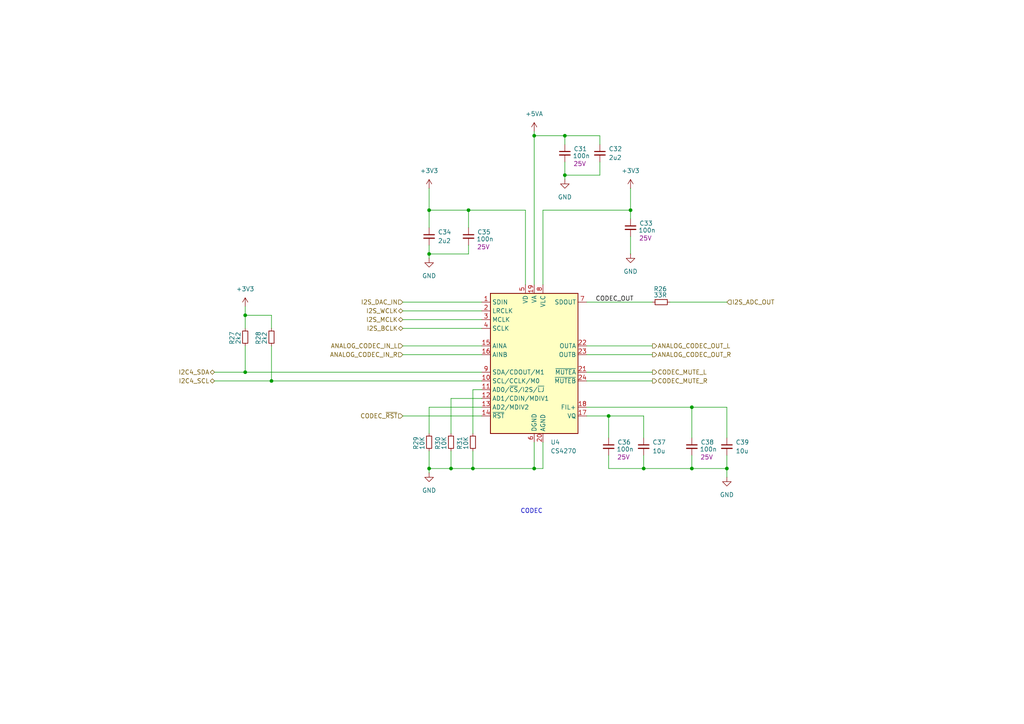
<source format=kicad_sch>
(kicad_sch (version 20231120) (generator "eeschema") (generator_version "8.0")
  (paper "A4")
  (lib_symbols
    (symbol "Audio:CS4270"
      (property "Reference" "U" (at -11.43 21.59 0))
      (property "Value" "CS4270" (at 8.89 21.59 0))
      (symbol "CS4270_0_1"
        (rectangle (start -12.7 20.32) (end 12.7 -20.32) (stroke (width 0.254)) (fill (type background)))
      )
      (symbol "CS4270_1_0"
        (pin input line (at -15.24 17.78 0) (length 2.54) (name "SDIN") (number "1"))
        (pin input line (at -15.24 -5.08 0) (length 2.54) (name "SCL/CCLK/M0") (number "10"))
        (pin input line (at -15.24 -7.62 0) (length 2.54) (name "AD0/~{CS}/I2S/~{LJ}") (number "11"))
        (pin input line (at -15.24 -10.16 0) (length 2.54) (name "AD1/CDIN/MDIV1") (number "12"))
        (pin input line (at -15.24 -12.7 0) (length 2.54) (name "AD2/MDIV2") (number "13"))
        (pin input line (at -15.24 -15.24 0) (length 2.54) (name "~{RST}") (number "14"))
        (pin input line (at -15.24 5.08 0) (length 2.54) (name "AINA") (number "15"))
        (pin input line (at -15.24 2.54 0) (length 2.54) (name "AINB") (number "16"))
        (pin passive line (at 15.24 -15.24 180) (length 2.54) (name "VQ") (number "17"))
        (pin passive line (at 15.24 -12.7 180) (length 2.54) (name "FIL+") (number "18"))
        (pin power_in line (at 0 22.86 270) (length 2.54) (name "VA") (number "19"))
        (pin bidirectional line (at -15.24 15.24 0) (length 2.54) (name "LRCLK") (number "2"))
        (pin power_in line (at 2.54 -22.86 90) (length 2.54) (name "AGND") (number "20"))
        (pin input line (at 15.24 -2.54 180) (length 2.54) (name "~{MUTEA}") (number "21"))
        (pin output line (at 15.24 5.08 180) (length 2.54) (name "OUTA") (number "22"))
        (pin output line (at 15.24 2.54 180) (length 2.54) (name "OUTB") (number "23"))
        (pin input line (at 15.24 -5.08 180) (length 2.54) (name "~{MUTEB}") (number "24"))
        (pin input line (at -15.24 12.7 0) (length 2.54) (name "MCLK") (number "3"))
        (pin bidirectional line (at -15.24 10.16 0) (length 2.54) (name "SCLK") (number "4"))
        (pin power_in line (at -2.54 22.86 270) (length 2.54) (name "VD") (number "5"))
        (pin power_in line (at 0 -22.86 90) (length 2.54) (name "DGND") (number "6"))
        (pin output line (at 15.24 17.78 180) (length 2.54) (name "SDOUT") (number "7"))
        (pin power_in line (at 2.54 22.86 270) (length 2.54) (name "VLC") (number "8"))
        (pin bidirectional line (at -15.24 -2.54 0) (length 2.54) (name "SDA/CDOUT/M1") (number "9"))
      )
    )
    (symbol "Device:C_Small" (pin_numbers hide) (pin_names (offset 0.254) hide)
      (property "Reference" "C" (at 0.254 1.778 0))
      (property "Value" "C_Small" (at 0.254 -2.032 0))
      (symbol "C_Small_0_1"
        (polyline (pts (xy -1.524 -0.508) (xy 1.524 -0.508)) (stroke (width 0.3302)))
        (polyline (pts (xy -1.524 0.508) (xy 1.524 0.508)) (stroke (width 0.3048)))
      )
      (symbol "C_Small_1_1"
        (pin passive line (at 0 2.54 270) (length 2.032) (name "~") (number "1"))
        (pin passive line (at 0 -2.54 90) (length 2.032) (name "~") (number "2"))
      )
    )
    (symbol "Device:R_Small" (pin_numbers hide) (pin_names (offset 0.254) hide)
      (property "Reference" "R" (at 0.762 0.508 0))
      (property "Value" "R_Small" (at 0.762 -1.016 0))
      (symbol "R_Small_0_1"
        (rectangle (start -0.762 1.778) (end 0.762 -1.778) (stroke (width 0.2032)))
      )
      (symbol "R_Small_1_1"
        (pin passive line (at 0 2.54 270) (length 0.762) (name "~") (number "1"))
        (pin passive line (at 0 -2.54 90) (length 0.762) (name "~") (number "2"))
      )
    )
    (symbol "power:+3V3" (power) (pin_numbers hide) (pin_names (offset 0) hide)
      (property "Value" "+3V3" (at 0 3.556 0))
      (symbol "+3V3_0_1"
        (polyline (pts (xy -0.762 1.27) (xy 0 2.54)))
        (polyline (pts (xy 0 0) (xy 0 2.54)))
        (polyline (pts (xy 0 2.54) (xy 0.762 1.27)))
      )
      (symbol "+3V3_1_1"
        (pin power_in line (at 0 0 90) (length 0) (name "~") (number "1"))
      )
    )
    (symbol "power:+5VA" (power) (pin_numbers hide) (pin_names (offset 0) hide)
      (property "Value" "+5VA" (at 0 3.556 0))
      (symbol "+5VA_0_1"
        (polyline (pts (xy -0.762 1.27) (xy 0 2.54)))
        (polyline (pts (xy 0 0) (xy 0 2.54)))
        (polyline (pts (xy 0 2.54) (xy 0.762 1.27)))
      )
      (symbol "+5VA_1_1"
        (pin power_in line (at 0 0 90) (length 0) (name "~") (number "1"))
      )
    )
    (symbol "power:GND" (power) (pin_numbers hide) (pin_names (offset 0) hide)
      (property "Value" "GND" (at 0 -3.81 0))
      (symbol "GND_0_1"
        (polyline (pts (xy 0 0) (xy 0 -1.27) (xy 1.27 -1.27) (xy 0 -2.54) (xy -1.27 -1.27) (xy 0 -1.27)))
      )
      (symbol "GND_1_1"
        (pin power_in line (at 0 0 270) (length 0) (name "~") (number "1"))
      )
    )
  )
  (junction (at 71.12 107.95))
  (junction (at 78.74 110.49))
  (junction (at 182.88 60.96))
  (junction (at 124.46 135.89))
  (junction (at 154.94 135.89))
  (junction (at 176.53 120.65))
  (junction (at 200.66 118.11))
  (junction (at 124.46 60.96))
  (junction (at 210.82 135.89))
  (junction (at 154.94 39.37))
  (junction (at 163.83 39.37))
  (junction (at 137.16 135.89))
  (junction (at 200.66 135.89))
  (junction (at 124.46 73.66))
  (junction (at 163.83 50.8))
  (junction (at 186.69 135.89))
  (junction (at 130.81 135.89))
  (junction (at 135.89 60.96))
  (junction (at 71.12 91.44))
  (wire (pts (xy 124.46 60.96) (xy 124.46 54.61)))
  (wire (pts (xy 163.83 46.99) (xy 163.83 50.8)))
  (wire (pts (xy 124.46 71.12) (xy 124.46 73.66)))
  (wire (pts (xy 210.82 127) (xy 210.82 118.11)))
  (wire (pts (xy 186.69 135.89) (xy 200.66 135.89)))
  (wire (pts (xy 71.12 100.33) (xy 71.12 107.95)))
  (wire (pts (xy 200.66 118.11) (xy 200.66 127)))
  (wire (pts (xy 194.31 87.63) (xy 210.82 87.63)))
  (wire (pts (xy 173.99 46.99) (xy 173.99 50.8)))
  (wire (pts (xy 152.4 82.55) (xy 152.4 60.96)))
  (wire (pts (xy 170.18 118.11) (xy 200.66 118.11)))
  (wire (pts (xy 176.53 120.65) (xy 176.53 127)))
  (wire (pts (xy 173.99 39.37) (xy 163.83 39.37)))
  (wire (pts (xy 210.82 132.08) (xy 210.82 135.89)))
  (wire (pts (xy 152.4 60.96) (xy 135.89 60.96)))
  (wire (pts (xy 130.81 115.57) (xy 130.81 125.73)))
  (wire (pts (xy 186.69 132.08) (xy 186.69 135.89)))
  (wire (pts (xy 116.84 87.63) (xy 139.7 87.63)))
  (wire (pts (xy 182.88 60.96) (xy 182.88 63.5)))
  (wire (pts (xy 176.53 132.08) (xy 176.53 135.89)))
  (wire (pts (xy 182.88 54.61) (xy 182.88 60.96)))
  (wire (pts (xy 137.16 113.03) (xy 139.7 113.03)))
  (wire (pts (xy 163.83 50.8) (xy 163.83 52.07)))
  (wire (pts (xy 200.66 132.08) (xy 200.66 135.89)))
  (wire (pts (xy 157.48 128.27) (xy 157.48 135.89)))
  (wire (pts (xy 173.99 41.91) (xy 173.99 39.37)))
  (wire (pts (xy 137.16 113.03) (xy 137.16 125.73)))
  (wire (pts (xy 154.94 135.89) (xy 137.16 135.89)))
  (wire (pts (xy 124.46 118.11) (xy 139.7 118.11)))
  (wire (pts (xy 124.46 130.81) (xy 124.46 135.89)))
  (wire (pts (xy 173.99 50.8) (xy 163.83 50.8)))
  (wire (pts (xy 170.18 107.95) (xy 189.23 107.95)))
  (wire (pts (xy 124.46 118.11) (xy 124.46 125.73)))
  (wire (pts (xy 170.18 120.65) (xy 176.53 120.65)))
  (wire (pts (xy 186.69 120.65) (xy 186.69 127)))
  (wire (pts (xy 182.88 68.58) (xy 182.88 73.66)))
  (wire (pts (xy 154.94 128.27) (xy 154.94 135.89)))
  (wire (pts (xy 170.18 110.49) (xy 189.23 110.49)))
  (wire (pts (xy 116.84 102.87) (xy 139.7 102.87)))
  (wire (pts (xy 170.18 102.87) (xy 189.23 102.87)))
  (wire (pts (xy 130.81 135.89) (xy 124.46 135.89)))
  (wire (pts (xy 116.84 120.65) (xy 139.7 120.65)))
  (wire (pts (xy 137.16 130.81) (xy 137.16 135.89)))
  (wire (pts (xy 124.46 135.89) (xy 124.46 137.16)))
  (wire (pts (xy 176.53 135.89) (xy 186.69 135.89)))
  (wire (pts (xy 62.23 110.49) (xy 78.74 110.49)))
  (wire (pts (xy 154.94 39.37) (xy 154.94 82.55)))
  (wire (pts (xy 157.48 60.96) (xy 157.48 82.55)))
  (wire (pts (xy 130.81 130.81) (xy 130.81 135.89)))
  (wire (pts (xy 116.84 95.25) (xy 139.7 95.25)))
  (wire (pts (xy 130.81 115.57) (xy 139.7 115.57)))
  (wire (pts (xy 176.53 120.65) (xy 186.69 120.65)))
  (wire (pts (xy 210.82 135.89) (xy 210.82 138.43)))
  (wire (pts (xy 170.18 87.63) (xy 189.23 87.63)))
  (wire (pts (xy 78.74 110.49) (xy 139.7 110.49)))
  (wire (pts (xy 200.66 135.89) (xy 210.82 135.89)))
  (wire (pts (xy 170.18 100.33) (xy 189.23 100.33)))
  (wire (pts (xy 71.12 91.44) (xy 78.74 91.44)))
  (wire (pts (xy 116.84 90.17) (xy 139.7 90.17)))
  (wire (pts (xy 135.89 71.12) (xy 135.89 73.66)))
  (wire (pts (xy 71.12 88.9) (xy 71.12 91.44)))
  (wire (pts (xy 124.46 73.66) (xy 124.46 74.93)))
  (wire (pts (xy 116.84 100.33) (xy 139.7 100.33)))
  (wire (pts (xy 182.88 60.96) (xy 157.48 60.96)))
  (wire (pts (xy 210.82 118.11) (xy 200.66 118.11)))
  (wire (pts (xy 78.74 95.25) (xy 78.74 91.44)))
  (wire (pts (xy 163.83 39.37) (xy 154.94 39.37)))
  (wire (pts (xy 135.89 60.96) (xy 124.46 60.96)))
  (wire (pts (xy 135.89 60.96) (xy 135.89 66.04)))
  (wire (pts (xy 71.12 91.44) (xy 71.12 95.25)))
  (wire (pts (xy 137.16 135.89) (xy 130.81 135.89)))
  (wire (pts (xy 163.83 39.37) (xy 163.83 41.91)))
  (wire (pts (xy 78.74 100.33) (xy 78.74 110.49)))
  (wire (pts (xy 116.84 92.71) (xy 139.7 92.71)))
  (wire (pts (xy 71.12 107.95) (xy 139.7 107.95)))
  (wire (pts (xy 157.48 135.89) (xy 154.94 135.89)))
  (wire (pts (xy 124.46 60.96) (xy 124.46 66.04)))
  (wire (pts (xy 154.94 38.1) (xy 154.94 39.37)))
  (wire (pts (xy 62.23 107.95) (xy 71.12 107.95)))
  (wire (pts (xy 135.89 73.66) (xy 124.46 73.66)))
  (text "CODEC" (at 154.178 148.336 0) (effects (font (size 1.27 1.27))))
  (label "CODEC_OUT" (at 172.72 87.63 0))
  (hierarchical_label "ANALOG_CODEC_IN_L" (shape input) (at 116.84 100.33 180))
  (hierarchical_label "ANALOG_CODEC_IN_R" (shape input) (at 116.84 102.87 180))
  (hierarchical_label "CODEC_MUTE_L" (shape output) (at 189.23 107.95 0))
  (hierarchical_label "ANALOG_CODEC_OUT_R" (shape output) (at 189.23 102.87 0))
  (hierarchical_label "I2S_DAC_IN" (shape input) (at 116.84 87.63 180))
  (hierarchical_label "CODEC_~{RST}" (shape input) (at 116.84 120.65 180))
  (hierarchical_label "I2S_MCLK" (shape bidirectional) (at 116.84 92.71 180))
  (hierarchical_label "ANALOG_CODEC_OUT_L" (shape output) (at 189.23 100.33 0))
  (hierarchical_label "I2S_ADC_OUT" (shape input) (at 210.82 87.63 0))
  (hierarchical_label "I2C4_SCL" (shape bidirectional) (at 62.23 110.49 180))
  (hierarchical_label "I2C4_SDA" (shape bidirectional) (at 62.23 107.95 180))
  (hierarchical_label "CODEC_MUTE_R" (shape output) (at 189.23 110.49 0))
  (hierarchical_label "I2S_WCLK" (shape bidirectional) (at 116.84 90.17 180))
  (hierarchical_label "I2S_BCLK" (shape bidirectional) (at 116.84 95.25 180))
  (symbol (lib_id "Device:C_Small") (at 163.83 44.45 0) (unit 1)
    (property "Reference" "C31" (at 166.37 43.1862 0) (effects (justify left)))
    (property "Value" "100n" (at 166.116 45.212 0) (effects (justify left)))
    (property "Footprint" "Capacitor_SMD:C_0402_1005Metric" (effects (hide yes)))
    (property "Description" "Unpolarized capacitor, small symbol" (effects (hide yes)))
    (property "MPN" "MBAST105SB7104KFNA01" (effects (hide yes)))
    (property "MF" "TAIYO YUDEN " (effects (hide yes)))
    (property "OC_MOUSER" "963-BAST105SB7104KF" (effects (hide yes)))
    (property "Voltage" "25V" (at 168.148 47.498 0))
  )
  (symbol (lib_id "Device:C_Small") (at 173.99 44.45 0) (unit 1)
    (property "Reference" "C32" (at 176.53 43.1862 0) (effects (justify left)))
    (property "Value" "2u2" (at 176.53 45.7262 0) (effects (justify left)))
    (property "Footprint" "Capacitor_SMD:C_0402_1005Metric" (effects (hide yes)))
    (property "Description" "Unpolarized capacitor, small symbol" (effects (hide yes)))
    (property "MPN" "GRM155Z71A225KE01D " (effects (hide yes)))
    (property "MF" "Murata Electronics " (effects (hide yes)))
    (property "OC_MOUSER" "81-GRM155Z71A225KE1D" (effects (hide yes)))
  )
  (symbol (lib_id "power:+3V3") (at 124.46 54.61 0) (unit 1)
    (property "Reference" "#PWR052" (effects (hide yes)))
    (property "Value" "+3V3" (at 124.46 49.53 0))
    (property "Description" "Power symbol creates a global label with name \"+3V3\"" (effects (hide yes)))
  )
  (symbol (lib_id "power:GND") (at 124.46 74.93 0) (unit 1)
    (property "Reference" "#PWR055" (effects (hide yes)))
    (property "Value" "GND" (at 124.46 80.01 0))
    (property "Description" "Power symbol creates a global label with name \"GND\" , ground" (effects (hide yes)))
  )
  (symbol (lib_id "power:+3V3") (at 71.12 88.9 0) (unit 1)
    (property "Reference" "#PWR056" (effects (hide yes)))
    (property "Value" "+3V3" (at 71.12 83.82 0))
    (property "Description" "Power symbol creates a global label with name \"+3V3\"" (effects (hide yes)))
  )
  (symbol (lib_id "power:GND") (at 163.83 52.07 0) (unit 1)
    (property "Reference" "#PWR051" (effects (hide yes)))
    (property "Value" "GND" (at 163.83 57.15 0))
    (property "Description" "Power symbol creates a global label with name \"GND\" , ground" (effects (hide yes)))
  )
  (symbol (lib_id "Device:C_Small") (at 124.46 68.58 0) (unit 1)
    (property "Reference" "C34" (at 127 67.3162 0) (effects (justify left)))
    (property "Value" "2u2" (at 127 69.8562 0) (effects (justify left)))
    (property "Footprint" "Capacitor_SMD:C_0402_1005Metric" (effects (hide yes)))
    (property "Description" "Unpolarized capacitor, small symbol" (effects (hide yes)))
    (property "MPN" "GRM155Z71A225KE01D " (effects (hide yes)))
    (property "MF" "Murata Electronics " (effects (hide yes)))
    (property "OC_MOUSER" "81-GRM155Z71A225KE1D" (effects (hide yes)))
  )
  (symbol (lib_id "Device:C_Small") (at 176.53 129.54 0) (unit 1)
    (property "Reference" "C36" (at 179.07 128.2762 0) (effects (justify left)))
    (property "Value" "100n" (at 178.816 130.302 0) (effects (justify left)))
    (property "Footprint" "Capacitor_SMD:C_0402_1005Metric" (effects (hide yes)))
    (property "Description" "Unpolarized capacitor, small symbol" (effects (hide yes)))
    (property "MPN" "MBAST105SB7104KFNA01" (effects (hide yes)))
    (property "MF" "TAIYO YUDEN " (effects (hide yes)))
    (property "OC_MOUSER" "963-BAST105SB7104KF" (effects (hide yes)))
    (property "Voltage" "25V" (at 180.848 132.588 0))
  )
  (symbol (lib_id "power:+3V3") (at 182.88 54.61 0) (unit 1)
    (property "Reference" "#PWR053" (effects (hide yes)))
    (property "Value" "+3V3" (at 182.88 49.53 0))
    (property "Description" "Power symbol creates a global label with name \"+3V3\"" (effects (hide yes)))
  )
  (symbol (lib_id "Device:C_Small") (at 210.82 129.54 0) (unit 1)
    (property "Reference" "C39" (at 213.36 128.2762 0) (effects (justify left)))
    (property "Value" "10u" (at 213.36 130.8162 0) (effects (justify left)))
    (property "Footprint" "Capacitor_SMD:C_0805_2012Metric" (effects (hide yes)))
    (property "Description" "Unpolarized capacitor, small symbol" (effects (hide yes)))
    (property "MF" "Samsung Electro-Mechanics " (effects (hide yes)))
    (property "MPN" "CL21B106KOQNNNG " (effects (hide yes)))
    (property "OC_MOUSER" "187-CL21B106KOQNNNG" (effects (hide yes)))
  )
  (symbol (lib_id "Device:C_Small") (at 186.69 129.54 0) (unit 1)
    (property "Reference" "C37" (at 189.23 128.2762 0) (effects (justify left)))
    (property "Value" "10u" (at 189.23 130.8162 0) (effects (justify left)))
    (property "Footprint" "Capacitor_SMD:C_0805_2012Metric" (effects (hide yes)))
    (property "Description" "Unpolarized capacitor, small symbol" (effects (hide yes)))
    (property "MF" "Samsung Electro-Mechanics " (effects (hide yes)))
    (property "MPN" "CL21B106KOQNNNG " (effects (hide yes)))
    (property "OC_MOUSER" "187-CL21B106KOQNNNG" (effects (hide yes)))
  )
  (symbol (lib_id "power:+5VA") (at 154.94 38.1 0) (unit 1)
    (property "Reference" "#PWR050" (effects (hide yes)))
    (property "Value" "+5VA" (at 154.94 33.02 0))
    (property "Description" "Power symbol creates a global label with name \"+5VA\"" (effects (hide yes)))
  )
  (symbol (lib_id "Device:R_Small") (at 137.16 128.27 180) (unit 1)
    (property "Reference" "R31" (at 133.35 128.524 90))
    (property "Value" "10K" (at 135.128 128.524 90))
    (property "Footprint" "Resistor_SMD:R_0402_1005Metric_Pad0.72x0.64mm_HandSolder" (effects (hide yes)))
    (property "Description" "Resistor, small symbol" (effects (hide yes)))
  )
  (symbol (lib_id "Device:C_Small") (at 182.88 66.04 0) (unit 1)
    (property "Reference" "C33" (at 185.42 64.7762 0) (effects (justify left)))
    (property "Value" "100n" (at 185.166 66.802 0) (effects (justify left)))
    (property "Footprint" "Capacitor_SMD:C_0402_1005Metric" (effects (hide yes)))
    (property "Description" "Unpolarized capacitor, small symbol" (effects (hide yes)))
    (property "MPN" "MBAST105SB7104KFNA01" (effects (hide yes)))
    (property "MF" "TAIYO YUDEN " (effects (hide yes)))
    (property "OC_MOUSER" "963-BAST105SB7104KF" (effects (hide yes)))
    (property "Voltage" "25V" (at 187.198 69.088 0))
  )
  (symbol (lib_id "Device:C_Small") (at 135.89 68.58 0) (unit 1)
    (property "Reference" "C35" (at 138.43 67.3162 0) (effects (justify left)))
    (property "Value" "100n" (at 138.176 69.342 0) (effects (justify left)))
    (property "Footprint" "Capacitor_SMD:C_0402_1005Metric" (effects (hide yes)))
    (property "Description" "Unpolarized capacitor, small symbol" (effects (hide yes)))
    (property "MPN" "MBAST105SB7104KFNA01" (effects (hide yes)))
    (property "MF" "TAIYO YUDEN " (effects (hide yes)))
    (property "OC_MOUSER" "963-BAST105SB7104KF" (effects (hide yes)))
    (property "Voltage" "25V" (at 140.208 71.628 0))
  )
  (symbol (lib_id "Device:R_Small") (at 78.74 97.79 180) (unit 1)
    (property "Reference" "R28" (at 74.93 98.044 90))
    (property "Value" "2k2" (at 76.708 98.044 90))
    (property "Footprint" "Resistor_SMD:R_0402_1005Metric_Pad0.72x0.64mm_HandSolder" (effects (hide yes)))
    (property "Description" "Resistor, small symbol" (effects (hide yes)))
  )
  (symbol (lib_id "power:GND") (at 182.88 73.66 0) (unit 1)
    (property "Reference" "#PWR054" (effects (hide yes)))
    (property "Value" "GND" (at 182.88 78.74 0))
    (property "Description" "Power symbol creates a global label with name \"GND\" , ground" (effects (hide yes)))
  )
  (symbol (lib_id "power:GND") (at 124.46 137.16 0) (unit 1)
    (property "Reference" "#PWR057" (effects (hide yes)))
    (property "Value" "GND" (at 124.46 142.24 0))
    (property "Description" "Power symbol creates a global label with name \"GND\" , ground" (effects (hide yes)))
  )
  (symbol (lib_id "power:GND") (at 210.82 138.43 0) (unit 1)
    (property "Reference" "#PWR058" (effects (hide yes)))
    (property "Value" "GND" (at 210.82 143.51 0))
    (property "Description" "Power symbol creates a global label with name \"GND\" , ground" (effects (hide yes)))
  )
  (symbol (lib_id "Device:R_Small") (at 71.12 97.79 180) (unit 1)
    (property "Reference" "R27" (at 67.31 98.044 90))
    (property "Value" "2k2" (at 69.088 98.044 90))
    (property "Footprint" "Resistor_SMD:R_0402_1005Metric_Pad0.72x0.64mm_HandSolder" (effects (hide yes)))
    (property "Description" "Resistor, small symbol" (effects (hide yes)))
  )
  (symbol (lib_id "Device:R_Small") (at 124.46 128.27 180) (unit 1)
    (property "Reference" "R29" (at 120.65 128.524 90))
    (property "Value" "10K" (at 122.428 128.524 90))
    (property "Footprint" "Resistor_SMD:R_0402_1005Metric_Pad0.72x0.64mm_HandSolder" (effects (hide yes)))
    (property "Description" "Resistor, small symbol" (effects (hide yes)))
  )
  (symbol (lib_id "Device:R_Small") (at 191.77 87.63 90) (unit 1)
    (property "Reference" "R26" (at 191.516 83.82 90))
    (property "Value" "33R" (at 191.516 85.598 90))
    (property "Footprint" "Resistor_SMD:R_0402_1005Metric_Pad0.72x0.64mm_HandSolder" (effects (hide yes)))
    (property "Description" "Resistor, small symbol" (effects (hide yes)))
  )
  (symbol (lib_id "Audio:CS4270") (at 154.94 105.41 0) (unit 1)
    (property "Reference" "U4" (at 159.6741 128.27 0) (effects (justify left)))
    (property "Value" "CS4270" (at 159.6741 130.81 0) (effects (justify left)))
    (property "Footprint" "Package_SO:TSSOP-24_4.4x7.8mm_P0.65mm" (effects (hide yes)))
    (property "Datasheet" "https://statics.cirrus.com/pubs/proDatasheet/CS4270_F1.pdf" (effects (hide yes)))
    (property "Description" "24-Bit, 192-kHz Stereo Audio CODEC, TSSOP-24" (effects (hide yes)))
  )
  (symbol (lib_id "Device:C_Small") (at 200.66 129.54 0) (unit 1)
    (property "Reference" "C38" (at 203.2 128.2762 0) (effects (justify left)))
    (property "Value" "100n" (at 202.946 130.302 0) (effects (justify left)))
    (property "Footprint" "Capacitor_SMD:C_0402_1005Metric" (effects (hide yes)))
    (property "Description" "Unpolarized capacitor, small symbol" (effects (hide yes)))
    (property "MPN" "MBAST105SB7104KFNA01" (effects (hide yes)))
    (property "MF" "TAIYO YUDEN " (effects (hide yes)))
    (property "OC_MOUSER" "963-BAST105SB7104KF" (effects (hide yes)))
    (property "Voltage" "25V" (at 204.978 132.588 0))
  )
  (symbol (lib_id "Device:R_Small") (at 130.81 128.27 180) (unit 1)
    (property "Reference" "R30" (at 127 128.524 90))
    (property "Value" "10K" (at 128.778 128.524 90))
    (property "Footprint" "Resistor_SMD:R_0402_1005Metric_Pad0.72x0.64mm_HandSolder" (effects (hide yes)))
    (property "Description" "Resistor, small symbol" (effects (hide yes)))
  )
)
</source>
